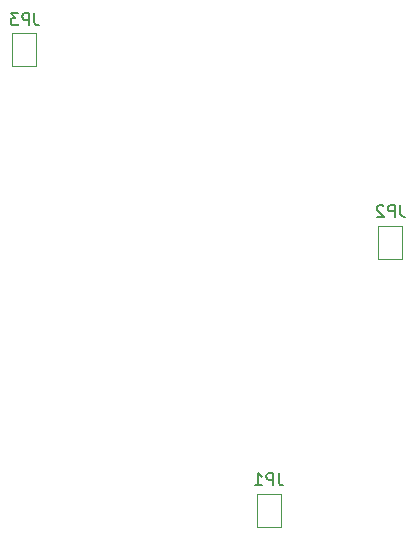
<source format=gbr>
%TF.GenerationSoftware,KiCad,Pcbnew,5.1.6-c6e7f7d~87~ubuntu18.04.1*%
%TF.CreationDate,2021-12-28T13:40:06-05:00*%
%TF.ProjectId,remote,72656d6f-7465-42e6-9b69-6361645f7063,rev?*%
%TF.SameCoordinates,Original*%
%TF.FileFunction,Legend,Bot*%
%TF.FilePolarity,Positive*%
%FSLAX46Y46*%
G04 Gerber Fmt 4.6, Leading zero omitted, Abs format (unit mm)*
G04 Created by KiCad (PCBNEW 5.1.6-c6e7f7d~87~ubuntu18.04.1) date 2021-12-28 13:40:06*
%MOMM*%
%LPD*%
G01*
G04 APERTURE LIST*
%ADD10C,0.120000*%
%ADD11C,0.150000*%
G04 APERTURE END LIST*
D10*
%TO.C,JP1*%
X31060000Y-80690000D02*
X31060000Y-77890000D01*
X31060000Y-77890000D02*
X29060000Y-77890000D01*
X29060000Y-77890000D02*
X29060000Y-80690000D01*
X29060000Y-80690000D02*
X31060000Y-80690000D01*
%TO.C,JP3*%
X10350000Y-41650000D02*
X10350000Y-38850000D01*
X10350000Y-38850000D02*
X8350000Y-38850000D01*
X8350000Y-38850000D02*
X8350000Y-41650000D01*
X8350000Y-41650000D02*
X10350000Y-41650000D01*
%TO.C,JP2*%
X41310000Y-58000000D02*
X41310000Y-55200000D01*
X41310000Y-55200000D02*
X39310000Y-55200000D01*
X39310000Y-55200000D02*
X39310000Y-58000000D01*
X39310000Y-58000000D02*
X41310000Y-58000000D01*
%TO.C,JP1*%
D11*
X30893333Y-76112380D02*
X30893333Y-76826666D01*
X30940952Y-76969523D01*
X31036190Y-77064761D01*
X31179047Y-77112380D01*
X31274285Y-77112380D01*
X30417142Y-77112380D02*
X30417142Y-76112380D01*
X30036190Y-76112380D01*
X29940952Y-76160000D01*
X29893333Y-76207619D01*
X29845714Y-76302857D01*
X29845714Y-76445714D01*
X29893333Y-76540952D01*
X29940952Y-76588571D01*
X30036190Y-76636190D01*
X30417142Y-76636190D01*
X28893333Y-77112380D02*
X29464761Y-77112380D01*
X29179047Y-77112380D02*
X29179047Y-76112380D01*
X29274285Y-76255238D01*
X29369523Y-76350476D01*
X29464761Y-76398095D01*
%TO.C,JP3*%
X10213333Y-37172380D02*
X10213333Y-37886666D01*
X10260952Y-38029523D01*
X10356190Y-38124761D01*
X10499047Y-38172380D01*
X10594285Y-38172380D01*
X9737142Y-38172380D02*
X9737142Y-37172380D01*
X9356190Y-37172380D01*
X9260952Y-37220000D01*
X9213333Y-37267619D01*
X9165714Y-37362857D01*
X9165714Y-37505714D01*
X9213333Y-37600952D01*
X9260952Y-37648571D01*
X9356190Y-37696190D01*
X9737142Y-37696190D01*
X8832380Y-37172380D02*
X8213333Y-37172380D01*
X8546666Y-37553333D01*
X8403809Y-37553333D01*
X8308571Y-37600952D01*
X8260952Y-37648571D01*
X8213333Y-37743809D01*
X8213333Y-37981904D01*
X8260952Y-38077142D01*
X8308571Y-38124761D01*
X8403809Y-38172380D01*
X8689523Y-38172380D01*
X8784761Y-38124761D01*
X8832380Y-38077142D01*
%TO.C,JP2*%
X41183333Y-53402380D02*
X41183333Y-54116666D01*
X41230952Y-54259523D01*
X41326190Y-54354761D01*
X41469047Y-54402380D01*
X41564285Y-54402380D01*
X40707142Y-54402380D02*
X40707142Y-53402380D01*
X40326190Y-53402380D01*
X40230952Y-53450000D01*
X40183333Y-53497619D01*
X40135714Y-53592857D01*
X40135714Y-53735714D01*
X40183333Y-53830952D01*
X40230952Y-53878571D01*
X40326190Y-53926190D01*
X40707142Y-53926190D01*
X39754761Y-53497619D02*
X39707142Y-53450000D01*
X39611904Y-53402380D01*
X39373809Y-53402380D01*
X39278571Y-53450000D01*
X39230952Y-53497619D01*
X39183333Y-53592857D01*
X39183333Y-53688095D01*
X39230952Y-53830952D01*
X39802380Y-54402380D01*
X39183333Y-54402380D01*
%TD*%
M02*

</source>
